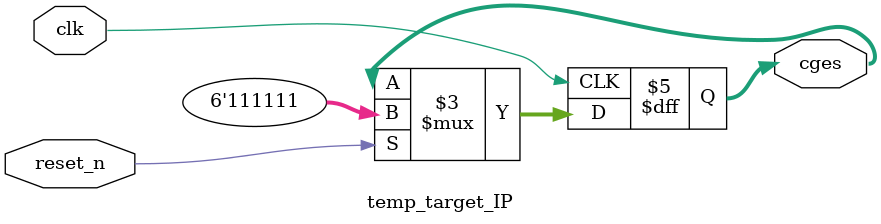
<source format=sv>
module temp_target_IP
    #(
        parameter CGES = 'd7
    )
    (
        input clk, reset_n,
        output logic [CGES-'d2:0] cges
    );
    integer seed;
    always @(posedge clk) begin
     //$srandom(seed);
    
		if(reset_n == 1)
			cges <= {CGES-1{1'b1}};
	end	
    
endmodule


</source>
